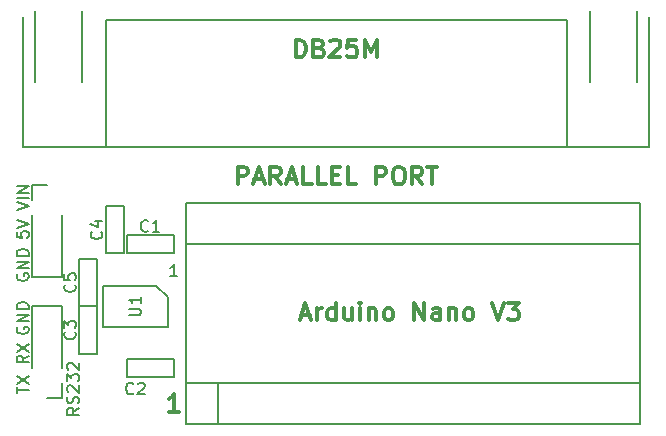
<source format=gbr>
G04 #@! TF.FileFunction,Other,ECO1*
%FSLAX46Y46*%
G04 Gerber Fmt 4.6, Leading zero omitted, Abs format (unit mm)*
G04 Created by KiCad (PCBNEW 4.0.5) date 07/09/17 13:00:44*
%MOMM*%
%LPD*%
G01*
G04 APERTURE LIST*
%ADD10C,0.100000*%
%ADD11C,0.200000*%
%ADD12C,0.300000*%
%ADD13C,0.150000*%
%ADD14C,0.140000*%
G04 APERTURE END LIST*
D10*
D11*
X176000000Y-94000000D02*
X176000000Y-88000000D01*
X172000000Y-94000000D02*
X172000000Y-88000000D01*
X223000000Y-94000000D02*
X223000000Y-88000000D01*
X219000000Y-94000000D02*
X219000000Y-88000000D01*
X217000000Y-88750000D02*
X217000000Y-99500000D01*
X178000000Y-88750000D02*
X217000000Y-88750000D01*
X178000000Y-99500000D02*
X178000000Y-88750000D01*
X224000000Y-99500000D02*
X224000000Y-88500000D01*
X171000000Y-99500000D02*
X224000000Y-99500000D01*
X171000000Y-88500000D02*
X171000000Y-99500000D01*
D12*
X189142857Y-102678571D02*
X189142857Y-101178571D01*
X189714285Y-101178571D01*
X189857143Y-101250000D01*
X189928571Y-101321429D01*
X190000000Y-101464286D01*
X190000000Y-101678571D01*
X189928571Y-101821429D01*
X189857143Y-101892857D01*
X189714285Y-101964286D01*
X189142857Y-101964286D01*
X190571428Y-102250000D02*
X191285714Y-102250000D01*
X190428571Y-102678571D02*
X190928571Y-101178571D01*
X191428571Y-102678571D01*
X192785714Y-102678571D02*
X192285714Y-101964286D01*
X191928571Y-102678571D02*
X191928571Y-101178571D01*
X192499999Y-101178571D01*
X192642857Y-101250000D01*
X192714285Y-101321429D01*
X192785714Y-101464286D01*
X192785714Y-101678571D01*
X192714285Y-101821429D01*
X192642857Y-101892857D01*
X192499999Y-101964286D01*
X191928571Y-101964286D01*
X193357142Y-102250000D02*
X194071428Y-102250000D01*
X193214285Y-102678571D02*
X193714285Y-101178571D01*
X194214285Y-102678571D01*
X195428571Y-102678571D02*
X194714285Y-102678571D01*
X194714285Y-101178571D01*
X196642857Y-102678571D02*
X195928571Y-102678571D01*
X195928571Y-101178571D01*
X197142857Y-101892857D02*
X197642857Y-101892857D01*
X197857143Y-102678571D02*
X197142857Y-102678571D01*
X197142857Y-101178571D01*
X197857143Y-101178571D01*
X199214286Y-102678571D02*
X198500000Y-102678571D01*
X198500000Y-101178571D01*
X200857143Y-102678571D02*
X200857143Y-101178571D01*
X201428571Y-101178571D01*
X201571429Y-101250000D01*
X201642857Y-101321429D01*
X201714286Y-101464286D01*
X201714286Y-101678571D01*
X201642857Y-101821429D01*
X201571429Y-101892857D01*
X201428571Y-101964286D01*
X200857143Y-101964286D01*
X202642857Y-101178571D02*
X202928571Y-101178571D01*
X203071429Y-101250000D01*
X203214286Y-101392857D01*
X203285714Y-101678571D01*
X203285714Y-102178571D01*
X203214286Y-102464286D01*
X203071429Y-102607143D01*
X202928571Y-102678571D01*
X202642857Y-102678571D01*
X202500000Y-102607143D01*
X202357143Y-102464286D01*
X202285714Y-102178571D01*
X202285714Y-101678571D01*
X202357143Y-101392857D01*
X202500000Y-101250000D01*
X202642857Y-101178571D01*
X204785715Y-102678571D02*
X204285715Y-101964286D01*
X203928572Y-102678571D02*
X203928572Y-101178571D01*
X204500000Y-101178571D01*
X204642858Y-101250000D01*
X204714286Y-101321429D01*
X204785715Y-101464286D01*
X204785715Y-101678571D01*
X204714286Y-101821429D01*
X204642858Y-101892857D01*
X204500000Y-101964286D01*
X203928572Y-101964286D01*
X205214286Y-101178571D02*
X206071429Y-101178571D01*
X205642858Y-102678571D02*
X205642858Y-101178571D01*
X194071429Y-91928571D02*
X194071429Y-90428571D01*
X194428572Y-90428571D01*
X194642857Y-90500000D01*
X194785715Y-90642857D01*
X194857143Y-90785714D01*
X194928572Y-91071429D01*
X194928572Y-91285714D01*
X194857143Y-91571429D01*
X194785715Y-91714286D01*
X194642857Y-91857143D01*
X194428572Y-91928571D01*
X194071429Y-91928571D01*
X196071429Y-91142857D02*
X196285715Y-91214286D01*
X196357143Y-91285714D01*
X196428572Y-91428571D01*
X196428572Y-91642857D01*
X196357143Y-91785714D01*
X196285715Y-91857143D01*
X196142857Y-91928571D01*
X195571429Y-91928571D01*
X195571429Y-90428571D01*
X196071429Y-90428571D01*
X196214286Y-90500000D01*
X196285715Y-90571429D01*
X196357143Y-90714286D01*
X196357143Y-90857143D01*
X196285715Y-91000000D01*
X196214286Y-91071429D01*
X196071429Y-91142857D01*
X195571429Y-91142857D01*
X197000000Y-90571429D02*
X197071429Y-90500000D01*
X197214286Y-90428571D01*
X197571429Y-90428571D01*
X197714286Y-90500000D01*
X197785715Y-90571429D01*
X197857143Y-90714286D01*
X197857143Y-90857143D01*
X197785715Y-91071429D01*
X196928572Y-91928571D01*
X197857143Y-91928571D01*
X199214286Y-90428571D02*
X198500000Y-90428571D01*
X198428571Y-91142857D01*
X198500000Y-91071429D01*
X198642857Y-91000000D01*
X199000000Y-91000000D01*
X199142857Y-91071429D01*
X199214286Y-91142857D01*
X199285714Y-91285714D01*
X199285714Y-91642857D01*
X199214286Y-91785714D01*
X199142857Y-91857143D01*
X199000000Y-91928571D01*
X198642857Y-91928571D01*
X198500000Y-91857143D01*
X198428571Y-91785714D01*
X199928571Y-91928571D02*
X199928571Y-90428571D01*
X200428571Y-91500000D01*
X200928571Y-90428571D01*
X200928571Y-91928571D01*
D13*
X170500000Y-110261904D02*
X170452381Y-110357142D01*
X170452381Y-110499999D01*
X170500000Y-110642857D01*
X170595238Y-110738095D01*
X170690476Y-110785714D01*
X170880952Y-110833333D01*
X171023810Y-110833333D01*
X171214286Y-110785714D01*
X171309524Y-110738095D01*
X171404762Y-110642857D01*
X171452381Y-110499999D01*
X171452381Y-110404761D01*
X171404762Y-110261904D01*
X171357143Y-110214285D01*
X171023810Y-110214285D01*
X171023810Y-110404761D01*
X171452381Y-109785714D02*
X170452381Y-109785714D01*
X171452381Y-109214285D01*
X170452381Y-109214285D01*
X171452381Y-108738095D02*
X170452381Y-108738095D01*
X170452381Y-108500000D01*
X170500000Y-108357142D01*
X170595238Y-108261904D01*
X170690476Y-108214285D01*
X170880952Y-108166666D01*
X171023810Y-108166666D01*
X171214286Y-108214285D01*
X171309524Y-108261904D01*
X171404762Y-108357142D01*
X171452381Y-108500000D01*
X171452381Y-108738095D01*
X170452381Y-106690476D02*
X170452381Y-107166667D01*
X170928571Y-107214286D01*
X170880952Y-107166667D01*
X170833333Y-107071429D01*
X170833333Y-106833333D01*
X170880952Y-106738095D01*
X170928571Y-106690476D01*
X171023810Y-106642857D01*
X171261905Y-106642857D01*
X171357143Y-106690476D01*
X171404762Y-106738095D01*
X171452381Y-106833333D01*
X171452381Y-107071429D01*
X171404762Y-107166667D01*
X171357143Y-107214286D01*
X170452381Y-106357143D02*
X171452381Y-106023810D01*
X170452381Y-105690476D01*
D11*
X171750000Y-102750000D02*
X173000000Y-102750000D01*
X171750000Y-104000000D02*
X171750000Y-102750000D01*
X171750000Y-105250000D02*
X171750000Y-110500000D01*
X174250000Y-110500000D02*
X174250000Y-105250000D01*
X171750000Y-110500000D02*
X174250000Y-110500000D01*
D13*
X170452381Y-104845238D02*
X171452381Y-104511905D01*
X170452381Y-104178571D01*
X171452381Y-103845238D02*
X170452381Y-103845238D01*
X171452381Y-103369048D02*
X170452381Y-103369048D01*
X171452381Y-102797619D01*
X170452381Y-102797619D01*
X170500000Y-114761904D02*
X170452381Y-114857142D01*
X170452381Y-114999999D01*
X170500000Y-115142857D01*
X170595238Y-115238095D01*
X170690476Y-115285714D01*
X170880952Y-115333333D01*
X171023810Y-115333333D01*
X171214286Y-115285714D01*
X171309524Y-115238095D01*
X171404762Y-115142857D01*
X171452381Y-114999999D01*
X171452381Y-114904761D01*
X171404762Y-114761904D01*
X171357143Y-114714285D01*
X171023810Y-114714285D01*
X171023810Y-114904761D01*
X171452381Y-114285714D02*
X170452381Y-114285714D01*
X171452381Y-113714285D01*
X170452381Y-113714285D01*
X171452381Y-113238095D02*
X170452381Y-113238095D01*
X170452381Y-113000000D01*
X170500000Y-112857142D01*
X170595238Y-112761904D01*
X170690476Y-112714285D01*
X170880952Y-112666666D01*
X171023810Y-112666666D01*
X171214286Y-112714285D01*
X171309524Y-112761904D01*
X171404762Y-112857142D01*
X171452381Y-113000000D01*
X171452381Y-113238095D01*
X170452381Y-120361905D02*
X170452381Y-119790476D01*
X171452381Y-120076191D02*
X170452381Y-120076191D01*
X170452381Y-119552381D02*
X171452381Y-118885714D01*
X170452381Y-118885714D02*
X171452381Y-119552381D01*
X171452381Y-117166666D02*
X170976190Y-117500000D01*
X171452381Y-117738095D02*
X170452381Y-117738095D01*
X170452381Y-117357142D01*
X170500000Y-117261904D01*
X170547619Y-117214285D01*
X170642857Y-117166666D01*
X170785714Y-117166666D01*
X170880952Y-117214285D01*
X170928571Y-117261904D01*
X170976190Y-117357142D01*
X170976190Y-117738095D01*
X170452381Y-116833333D02*
X171452381Y-116166666D01*
X170452381Y-116166666D02*
X171452381Y-116833333D01*
D11*
X174250000Y-120750000D02*
X173000000Y-120750000D01*
X174250000Y-119500000D02*
X174250000Y-120750000D01*
X171750000Y-113000000D02*
X171750000Y-118250000D01*
X174250000Y-113000000D02*
X174250000Y-118250000D01*
X171750000Y-113000000D02*
X174250000Y-113000000D01*
D13*
X175702381Y-121595238D02*
X175226190Y-121928572D01*
X175702381Y-122166667D02*
X174702381Y-122166667D01*
X174702381Y-121785714D01*
X174750000Y-121690476D01*
X174797619Y-121642857D01*
X174892857Y-121595238D01*
X175035714Y-121595238D01*
X175130952Y-121642857D01*
X175178571Y-121690476D01*
X175226190Y-121785714D01*
X175226190Y-122166667D01*
X175654762Y-121214286D02*
X175702381Y-121071429D01*
X175702381Y-120833333D01*
X175654762Y-120738095D01*
X175607143Y-120690476D01*
X175511905Y-120642857D01*
X175416667Y-120642857D01*
X175321429Y-120690476D01*
X175273810Y-120738095D01*
X175226190Y-120833333D01*
X175178571Y-121023810D01*
X175130952Y-121119048D01*
X175083333Y-121166667D01*
X174988095Y-121214286D01*
X174892857Y-121214286D01*
X174797619Y-121166667D01*
X174750000Y-121119048D01*
X174702381Y-121023810D01*
X174702381Y-120785714D01*
X174750000Y-120642857D01*
X174797619Y-120261905D02*
X174750000Y-120214286D01*
X174702381Y-120119048D01*
X174702381Y-119880952D01*
X174750000Y-119785714D01*
X174797619Y-119738095D01*
X174892857Y-119690476D01*
X174988095Y-119690476D01*
X175130952Y-119738095D01*
X175702381Y-120309524D01*
X175702381Y-119690476D01*
X174702381Y-119357143D02*
X174702381Y-118738095D01*
X175083333Y-119071429D01*
X175083333Y-118928571D01*
X175130952Y-118833333D01*
X175178571Y-118785714D01*
X175273810Y-118738095D01*
X175511905Y-118738095D01*
X175607143Y-118785714D01*
X175654762Y-118833333D01*
X175702381Y-118928571D01*
X175702381Y-119214286D01*
X175654762Y-119309524D01*
X175607143Y-119357143D01*
X174797619Y-118357143D02*
X174750000Y-118309524D01*
X174702381Y-118214286D01*
X174702381Y-117976190D01*
X174750000Y-117880952D01*
X174797619Y-117833333D01*
X174892857Y-117785714D01*
X174988095Y-117785714D01*
X175130952Y-117833333D01*
X175702381Y-118404762D01*
X175702381Y-117785714D01*
D11*
X177250000Y-117000000D02*
X177250000Y-113000000D01*
X175750000Y-117000000D02*
X177250000Y-117000000D01*
X175750000Y-113000000D02*
X175750000Y-117000000D01*
X177250000Y-109000000D02*
X175750000Y-109000000D01*
X177250000Y-113000000D02*
X177250000Y-109000000D01*
X175750000Y-113000000D02*
X177250000Y-113000000D01*
X175750000Y-109000000D02*
X175750000Y-113000000D01*
X178000000Y-104500000D02*
X179500000Y-104500000D01*
X178000000Y-108500000D02*
X178000000Y-104500000D01*
X179500000Y-108500000D02*
X178000000Y-108500000D01*
X179500000Y-104500000D02*
X179500000Y-108500000D01*
X179750000Y-108500000D02*
X179750000Y-107000000D01*
X183750000Y-108500000D02*
X179750000Y-108500000D01*
X183750000Y-107000000D02*
X183750000Y-108500000D01*
X179750000Y-107000000D02*
X183750000Y-107000000D01*
X179750000Y-119000000D02*
X179750000Y-117500000D01*
X183750000Y-119000000D02*
X179750000Y-119000000D01*
X183750000Y-117500000D02*
X183750000Y-119000000D01*
X179750000Y-117500000D02*
X183750000Y-117500000D01*
X187500000Y-119500000D02*
X187500000Y-123000000D01*
X184750000Y-119500000D02*
X184750000Y-114750000D01*
D14*
X184035715Y-110452381D02*
X183464286Y-110452381D01*
X183750000Y-110452381D02*
X183750000Y-109452381D01*
X183654762Y-109595238D01*
X183559524Y-109690476D01*
X183464286Y-109738095D01*
D11*
X183250000Y-114750000D02*
X183250000Y-112250000D01*
X177750000Y-114750000D02*
X183250000Y-114750000D01*
X177750000Y-111250000D02*
X177750000Y-114750000D01*
X182250000Y-111250000D02*
X177750000Y-111250000D01*
X183250000Y-112250000D02*
X182250000Y-111250000D01*
X223250000Y-123000000D02*
X223250000Y-119500000D01*
X184750000Y-123000000D02*
X223250000Y-123000000D01*
X184750000Y-119500000D02*
X184750000Y-123000000D01*
X223250000Y-104250000D02*
X223250000Y-107750000D01*
X184750000Y-104250000D02*
X223250000Y-104250000D01*
X184750000Y-107750000D02*
X184750000Y-104250000D01*
X184750000Y-114750000D02*
X184750000Y-107750000D01*
X223250000Y-119500000D02*
X184750000Y-119500000D01*
X223250000Y-107750000D02*
X223250000Y-119500000D01*
X184750000Y-107750000D02*
X223250000Y-107750000D01*
D12*
X184178572Y-121928571D02*
X183321429Y-121928571D01*
X183750001Y-121928571D02*
X183750001Y-120428571D01*
X183607144Y-120642857D01*
X183464286Y-120785714D01*
X183321429Y-120857143D01*
X194535714Y-113750000D02*
X195250000Y-113750000D01*
X194392857Y-114178571D02*
X194892857Y-112678571D01*
X195392857Y-114178571D01*
X195892857Y-114178571D02*
X195892857Y-113178571D01*
X195892857Y-113464286D02*
X195964285Y-113321429D01*
X196035714Y-113250000D01*
X196178571Y-113178571D01*
X196321428Y-113178571D01*
X197464285Y-114178571D02*
X197464285Y-112678571D01*
X197464285Y-114107143D02*
X197321428Y-114178571D01*
X197035714Y-114178571D01*
X196892856Y-114107143D01*
X196821428Y-114035714D01*
X196749999Y-113892857D01*
X196749999Y-113464286D01*
X196821428Y-113321429D01*
X196892856Y-113250000D01*
X197035714Y-113178571D01*
X197321428Y-113178571D01*
X197464285Y-113250000D01*
X198821428Y-113178571D02*
X198821428Y-114178571D01*
X198178571Y-113178571D02*
X198178571Y-113964286D01*
X198249999Y-114107143D01*
X198392857Y-114178571D01*
X198607142Y-114178571D01*
X198749999Y-114107143D01*
X198821428Y-114035714D01*
X199535714Y-114178571D02*
X199535714Y-113178571D01*
X199535714Y-112678571D02*
X199464285Y-112750000D01*
X199535714Y-112821429D01*
X199607142Y-112750000D01*
X199535714Y-112678571D01*
X199535714Y-112821429D01*
X200250000Y-113178571D02*
X200250000Y-114178571D01*
X200250000Y-113321429D02*
X200321428Y-113250000D01*
X200464286Y-113178571D01*
X200678571Y-113178571D01*
X200821428Y-113250000D01*
X200892857Y-113392857D01*
X200892857Y-114178571D01*
X201821429Y-114178571D02*
X201678571Y-114107143D01*
X201607143Y-114035714D01*
X201535714Y-113892857D01*
X201535714Y-113464286D01*
X201607143Y-113321429D01*
X201678571Y-113250000D01*
X201821429Y-113178571D01*
X202035714Y-113178571D01*
X202178571Y-113250000D01*
X202250000Y-113321429D01*
X202321429Y-113464286D01*
X202321429Y-113892857D01*
X202250000Y-114035714D01*
X202178571Y-114107143D01*
X202035714Y-114178571D01*
X201821429Y-114178571D01*
X204107143Y-114178571D02*
X204107143Y-112678571D01*
X204964286Y-114178571D01*
X204964286Y-112678571D01*
X206321429Y-114178571D02*
X206321429Y-113392857D01*
X206250000Y-113250000D01*
X206107143Y-113178571D01*
X205821429Y-113178571D01*
X205678572Y-113250000D01*
X206321429Y-114107143D02*
X206178572Y-114178571D01*
X205821429Y-114178571D01*
X205678572Y-114107143D01*
X205607143Y-113964286D01*
X205607143Y-113821429D01*
X205678572Y-113678571D01*
X205821429Y-113607143D01*
X206178572Y-113607143D01*
X206321429Y-113535714D01*
X207035715Y-113178571D02*
X207035715Y-114178571D01*
X207035715Y-113321429D02*
X207107143Y-113250000D01*
X207250001Y-113178571D01*
X207464286Y-113178571D01*
X207607143Y-113250000D01*
X207678572Y-113392857D01*
X207678572Y-114178571D01*
X208607144Y-114178571D02*
X208464286Y-114107143D01*
X208392858Y-114035714D01*
X208321429Y-113892857D01*
X208321429Y-113464286D01*
X208392858Y-113321429D01*
X208464286Y-113250000D01*
X208607144Y-113178571D01*
X208821429Y-113178571D01*
X208964286Y-113250000D01*
X209035715Y-113321429D01*
X209107144Y-113464286D01*
X209107144Y-113892857D01*
X209035715Y-114035714D01*
X208964286Y-114107143D01*
X208821429Y-114178571D01*
X208607144Y-114178571D01*
X210678572Y-112678571D02*
X211178572Y-114178571D01*
X211678572Y-112678571D01*
X212035715Y-112678571D02*
X212964286Y-112678571D01*
X212464286Y-113250000D01*
X212678572Y-113250000D01*
X212821429Y-113321429D01*
X212892858Y-113392857D01*
X212964286Y-113535714D01*
X212964286Y-113892857D01*
X212892858Y-114035714D01*
X212821429Y-114107143D01*
X212678572Y-114178571D01*
X212250000Y-114178571D01*
X212107143Y-114107143D01*
X212035715Y-114035714D01*
D13*
X181583334Y-106607143D02*
X181535715Y-106654762D01*
X181392858Y-106702381D01*
X181297620Y-106702381D01*
X181154762Y-106654762D01*
X181059524Y-106559524D01*
X181011905Y-106464286D01*
X180964286Y-106273810D01*
X180964286Y-106130952D01*
X181011905Y-105940476D01*
X181059524Y-105845238D01*
X181154762Y-105750000D01*
X181297620Y-105702381D01*
X181392858Y-105702381D01*
X181535715Y-105750000D01*
X181583334Y-105797619D01*
X182535715Y-106702381D02*
X181964286Y-106702381D01*
X182250000Y-106702381D02*
X182250000Y-105702381D01*
X182154762Y-105845238D01*
X182059524Y-105940476D01*
X181964286Y-105988095D01*
X180333334Y-120357143D02*
X180285715Y-120404762D01*
X180142858Y-120452381D01*
X180047620Y-120452381D01*
X179904762Y-120404762D01*
X179809524Y-120309524D01*
X179761905Y-120214286D01*
X179714286Y-120023810D01*
X179714286Y-119880952D01*
X179761905Y-119690476D01*
X179809524Y-119595238D01*
X179904762Y-119500000D01*
X180047620Y-119452381D01*
X180142858Y-119452381D01*
X180285715Y-119500000D01*
X180333334Y-119547619D01*
X180714286Y-119547619D02*
X180761905Y-119500000D01*
X180857143Y-119452381D01*
X181095239Y-119452381D01*
X181190477Y-119500000D01*
X181238096Y-119547619D01*
X181285715Y-119642857D01*
X181285715Y-119738095D01*
X181238096Y-119880952D01*
X180666667Y-120452381D01*
X181285715Y-120452381D01*
X175357143Y-115166666D02*
X175404762Y-115214285D01*
X175452381Y-115357142D01*
X175452381Y-115452380D01*
X175404762Y-115595238D01*
X175309524Y-115690476D01*
X175214286Y-115738095D01*
X175023810Y-115785714D01*
X174880952Y-115785714D01*
X174690476Y-115738095D01*
X174595238Y-115690476D01*
X174500000Y-115595238D01*
X174452381Y-115452380D01*
X174452381Y-115357142D01*
X174500000Y-115214285D01*
X174547619Y-115166666D01*
X174452381Y-114833333D02*
X174452381Y-114214285D01*
X174833333Y-114547619D01*
X174833333Y-114404761D01*
X174880952Y-114309523D01*
X174928571Y-114261904D01*
X175023810Y-114214285D01*
X175261905Y-114214285D01*
X175357143Y-114261904D01*
X175404762Y-114309523D01*
X175452381Y-114404761D01*
X175452381Y-114690476D01*
X175404762Y-114785714D01*
X175357143Y-114833333D01*
X177607143Y-106666666D02*
X177654762Y-106714285D01*
X177702381Y-106857142D01*
X177702381Y-106952380D01*
X177654762Y-107095238D01*
X177559524Y-107190476D01*
X177464286Y-107238095D01*
X177273810Y-107285714D01*
X177130952Y-107285714D01*
X176940476Y-107238095D01*
X176845238Y-107190476D01*
X176750000Y-107095238D01*
X176702381Y-106952380D01*
X176702381Y-106857142D01*
X176750000Y-106714285D01*
X176797619Y-106666666D01*
X177035714Y-105809523D02*
X177702381Y-105809523D01*
X176654762Y-106047619D02*
X177369048Y-106285714D01*
X177369048Y-105666666D01*
X175357143Y-111166666D02*
X175404762Y-111214285D01*
X175452381Y-111357142D01*
X175452381Y-111452380D01*
X175404762Y-111595238D01*
X175309524Y-111690476D01*
X175214286Y-111738095D01*
X175023810Y-111785714D01*
X174880952Y-111785714D01*
X174690476Y-111738095D01*
X174595238Y-111690476D01*
X174500000Y-111595238D01*
X174452381Y-111452380D01*
X174452381Y-111357142D01*
X174500000Y-111214285D01*
X174547619Y-111166666D01*
X174452381Y-110261904D02*
X174452381Y-110738095D01*
X174928571Y-110785714D01*
X174880952Y-110738095D01*
X174833333Y-110642857D01*
X174833333Y-110404761D01*
X174880952Y-110309523D01*
X174928571Y-110261904D01*
X175023810Y-110214285D01*
X175261905Y-110214285D01*
X175357143Y-110261904D01*
X175404762Y-110309523D01*
X175452381Y-110404761D01*
X175452381Y-110642857D01*
X175404762Y-110738095D01*
X175357143Y-110785714D01*
X179952381Y-113761905D02*
X180761905Y-113761905D01*
X180857143Y-113714286D01*
X180904762Y-113666667D01*
X180952381Y-113571429D01*
X180952381Y-113380952D01*
X180904762Y-113285714D01*
X180857143Y-113238095D01*
X180761905Y-113190476D01*
X179952381Y-113190476D01*
X180952381Y-112190476D02*
X180952381Y-112761905D01*
X180952381Y-112476191D02*
X179952381Y-112476191D01*
X180095238Y-112571429D01*
X180190476Y-112666667D01*
X180238095Y-112761905D01*
M02*

</source>
